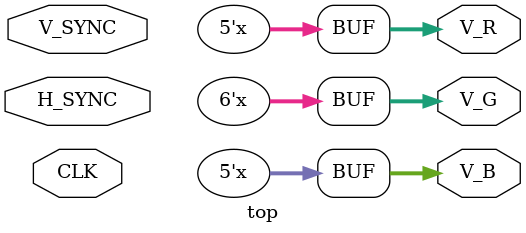
<source format=v>
module top(
    input CLK, 
    input H_SYNC, V_SYNC,
    output [4:0]V_R, 
    output [5:0]V_G,
    output [4:0]V_B,
);


assign V_R = {5{pix[1]}};
assign V_G = {6{pix[2]}};
assign V_B = {5{pix[0]}};

wire vga_clk;
pll pll_inst(.inclk0(CLK), .c0(vga_clk));

wire [9:0]x;
wire [9:0]y;


//SHOW_IMAGE
//reg [2:0]pix = 3'b111;
// vga_sync vga_sync(vga_clk, H_SYNC, V_SYNC, x, y);

// always @(posedge vga_clk) begin
//     if ((x < 640) && (y < 480)) begin
//         if (x % 80 == 0)
//             pix <= pix - 3'b1;
//     end
//         else pix <= 0;
// end

//SHOW_TEXT
reg [2:0]rgb;
reg [12:0]vrom_addr;
wire [2:0]vrom_q;
wire [9:0]x_fwd = x + 1;

rom #(13, 3, "rom.txt") vrom(vrom_addr, vga_clk, vrom_q);
vga_sync vga_sync(vga_clk, H_SYNC, V_SYNC, x, y);

always @(*) begin
    vrom_addr = x_fwd[9:3] + y[9:3] * 80;
    rgb = ((x < 640) && (y < 480)) ? vrom_q : 3'b0;
end

endmodule
</source>
